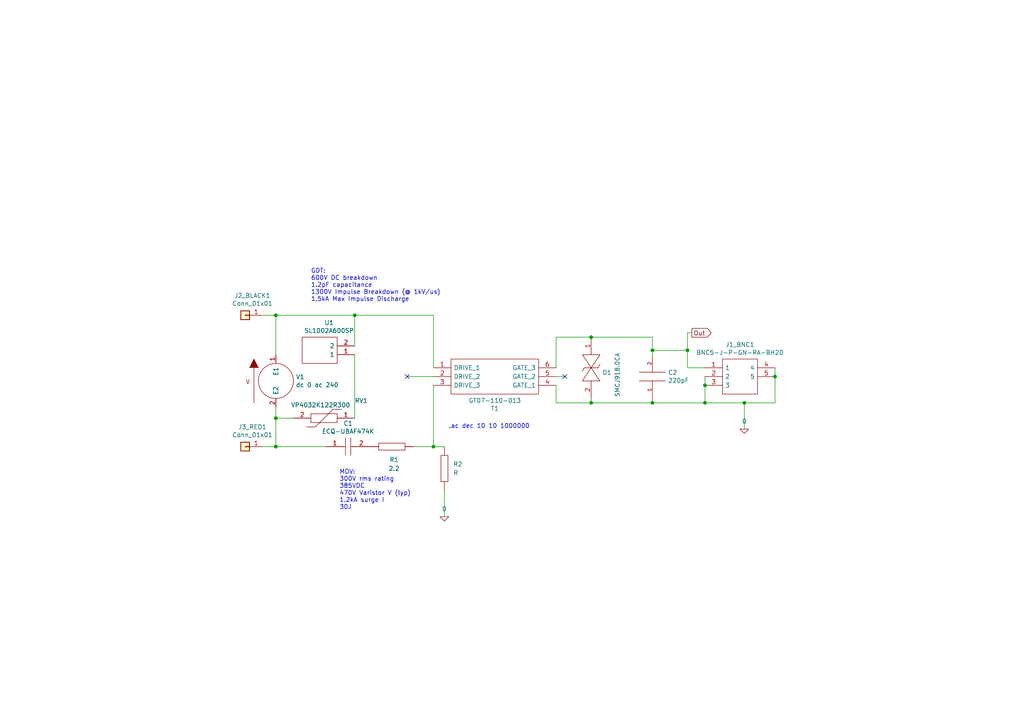
<source format=kicad_sch>
(kicad_sch (version 20211123) (generator eeschema)
  (paper "A4")
  (lib_symbols
    (symbol "Connector_Generic:Conn_01x01" (pin_names (offset 1.016) hide)
      (property "Reference" "J" (at 0 2.54 0))
      (property "Value" "Conn_01x01" (at 0 -2.54 0))
      (symbol "Conn_01x01_1_1"
        (rectangle (start -1.27 0.127) (end 0 -0.127) (stroke (width 0.1524)))
        (rectangle (start -1.27 1.27) (end 1.27 -1.27) (stroke (width 0.254)) (fill (type background)))
        (pin passive line (at -5.08 0 0) (length 3.81) (name "Pin_1") (number "1"))
      )
    )
    (symbol "HPF_test_01-rescue:ECQ-UBAF474K-ECQ-UBAF474K" (pin_names (offset 0.762))
      (property "Reference" "C" (at 8.89 6.35 0))
      (property "Value" "ECQ-UBAF474K-ECQ-UBAF474K" (at 8.89 3.81 0))
      (symbol "ECQ-UBAF474K-ECQ-UBAF474K_0_0"
        (pin passive line (at 0 0 0) (length 5.08) (name "~") (number "1"))
        (pin passive line (at 12.7 0 180) (length 5.08) (name "~") (number "2"))
      )
      (symbol "ECQ-UBAF474K-ECQ-UBAF474K_0_1"
        (polyline (pts (xy 5.08 0) (xy 5.588 0)) (stroke (width 0.1524)))
        (polyline (pts (xy 5.588 2.54) (xy 5.588 -2.54)) (stroke (width 0.1524)))
        (polyline (pts (xy 7.112 0) (xy 7.62 0)) (stroke (width 0.1524)))
        (polyline (pts (xy 7.112 2.54) (xy 7.112 -2.54)) (stroke (width 0.1524)))
      )
    )
    (symbol "kyuditsky_kicad:BNC5-J-P-GN-RA-BH2D" (pin_names (offset 0.762))
      (property "Reference" "J" (at 16.51 7.62 0))
      (property "Value" "BNC5-J-P-GN-RA-BH2D" (at 16.51 5.08 0))
      (symbol "BNC5-J-P-GN-RA-BH2D_0_0"
        (pin passive line (at 0 0 0) (length 5.08) (name "1") (number "1"))
        (pin passive line (at 0 -2.54 0) (length 5.08) (name "2") (number "2"))
        (pin passive line (at 0 -5.08 0) (length 5.08) (name "3") (number "3"))
        (pin passive line (at 20.32 0 180) (length 5.08) (name "4") (number "4"))
        (pin passive line (at 20.32 -2.54 180) (length 5.08) (name "5") (number "5"))
      )
      (symbol "BNC5-J-P-GN-RA-BH2D_0_1"
        (polyline (pts (xy 5.08 2.54) (xy 15.24 2.54) (xy 15.24 -7.62) (xy 5.08 -7.62) (xy 5.08 2.54)) (stroke (width 0.1524)))
      )
    )
    (symbol "kyuditsky_kicad:GT07-110-013" (pin_names (offset 0.762))
      (property "Reference" "T" (at 31.75 7.62 0))
      (property "Value" "GT07-110-013" (at 31.75 5.08 0))
      (symbol "GT07-110-013_0_0"
        (pin passive line (at 35.56 -5.08 180) (length 5.08) (name "DRIVE_1") (number "1"))
        (pin passive line (at 35.56 -2.54 180) (length 5.08) (name "DRIVE_2") (number "2"))
        (pin passive line (at 35.56 0 180) (length 5.08) (name "DRIVE_3") (number "3"))
        (pin passive line (at 0 0 0) (length 5.08) (name "GATE_1") (number "4"))
        (pin passive line (at 0 -2.54 0) (length 5.08) (name "GATE_2") (number "5"))
        (pin passive line (at 0 -5.08 0) (length 5.08) (name "GATE_3") (number "6"))
      )
      (symbol "GT07-110-013_0_1"
        (polyline (pts (xy 5.08 2.54) (xy 30.48 2.54) (xy 30.48 -7.62) (xy 5.08 -7.62) (xy 5.08 2.54)) (stroke (width 0.1524)))
      )
    )
    (symbol "kyuditsky_kicad:SL1002A600SP" (pin_names (offset 0.762))
      (property "Reference" "U" (at 16.51 7.62 0))
      (property "Value" "SL1002A600SP" (at 16.51 5.08 0))
      (symbol "SL1002A600SP_0_0"
        (pin passive line (at 0 0 0) (length 5.08) (name "1") (number "1"))
        (pin passive line (at 0 -2.54 0) (length 5.08) (name "2") (number "2"))
      )
      (symbol "SL1002A600SP_0_1"
        (polyline (pts (xy 5.08 2.54) (xy 15.24 2.54) (xy 15.24 -5.08) (xy 5.08 -5.08) (xy 5.08 2.54)) (stroke (width 0.1524)))
      )
    )
    (symbol "kyuditsky_kicad:SMCJ9.0CA" (pin_names (offset 0.762))
      (property "Reference" "D" (at 10.16 8.89 0))
      (property "Value" "SMCJ9.0CA" (at 10.16 6.35 0))
      (symbol "SMCJ9.0CA_0_0"
        (pin passive line (at 13.97 0 180) (length 5.08) (name "~") (number "2"))
      )
      (symbol "SMCJ9.0CA_0_1"
        (polyline (pts (xy 4.064 2.54) (xy 5.08 2.032)) (stroke (width 0.1524)))
        (polyline (pts (xy 5.08 -2.032) (xy 5.08 2.032)) (stroke (width 0.1524)))
        (polyline (pts (xy 5.08 -2.032) (xy 6.096 -2.54)) (stroke (width 0.1524)))
        (polyline (pts (xy 5.08 0) (xy 1.27 2.54) (xy 1.27 -2.54) (xy 5.08 0)))
        (polyline (pts (xy 5.08 0) (xy 8.89 2.54) (xy 8.89 -2.54) (xy 5.08 0)))
      )
      (symbol "SMCJ9.0CA_1_1"
        (pin passive line (at -3.81 0 0) (length 5.08) (name "~") (number "1"))
      )
    )
    (symbol "kyuditsky_kicad:VP4032K122R300" (pin_names (offset 0.762))
      (property "Reference" "RV" (at 13.97 6.35 0))
      (property "Value" "VP4032K122R300" (at 13.97 3.81 0))
      (symbol "VP4032K122R300_0_0"
        (pin passive line (at 0 0 0) (length 5.08) (name "~") (number "1"))
        (pin passive line (at 17.78 0 180) (length 5.08) (name "~") (number "2"))
      )
      (symbol "VP4032K122R300_0_1"
        (polyline (pts (xy 3.81 -2.54) (xy 6.35 -2.54) (xy 11.43 2.54) (xy 13.97 2.54)) (stroke (width 0.1524)))
        (polyline (pts (xy 5.08 1.27) (xy 12.7 1.27) (xy 12.7 -1.27) (xy 5.08 -1.27) (xy 5.08 1.27)) (stroke (width 0.1524)))
      )
    )
    (symbol "pspice:0" (power) (pin_names (offset 0))
      (property "Value" "0" (at 0 -1.778 0))
      (symbol "0_0_1"
        (polyline (pts (xy -1.27 0) (xy 0 -1.27) (xy 1.27 0) (xy -1.27 0)))
      )
      (symbol "0_1_1"
        (pin power_in line (at 0 0 0) (length 0) hide (name "0") (number "1"))
      )
    )
    (symbol "pspice:C" (pin_names (offset 0.254))
      (property "Reference" "C" (at 2.54 3.81 90))
      (property "Value" "C" (at 2.54 -3.81 90))
      (symbol "C_0_1"
        (polyline (pts (xy -3.81 -1.27) (xy 3.81 -1.27)))
        (polyline (pts (xy -3.81 1.27) (xy 3.81 1.27)))
      )
      (symbol "C_1_1"
        (pin passive line (at 0 6.35 270) (length 5.08) (name "~") (number "1"))
        (pin passive line (at 0 -6.35 90) (length 5.08) (name "~") (number "2"))
      )
    )
    (symbol "pspice:R" (pin_numbers hide) (pin_names (offset 0))
      (property "Reference" "R" (at 2.032 0 90))
      (property "Value" "R" (at 0 0 90))
      (symbol "R_0_1"
        (rectangle (start -1.016 3.81) (end 1.016 -3.81))
      )
      (symbol "R_1_1"
        (pin passive line (at 0 6.35 270) (length 2.54) (name "~") (number "1"))
        (pin passive line (at 0 -6.35 90) (length 2.54) (name "~") (number "2"))
      )
    )
    (symbol "pspice:VSOURCE" (pin_names (offset 1.016))
      (property "Reference" "V" (at -6.35 7.62 0))
      (property "Value" "VSOURCE" (at 0 0 0))
      (symbol "VSOURCE_0_1"
        (polyline (pts (xy -6.35 -6.35) (xy -6.35 3.81)) (fill (type outline)))
        (polyline (pts (xy -7.62 3.81) (xy -6.35 6.35) (xy -5.08 3.81)) (fill (type outline)))
        (circle (center 0 0) (radius 5.08))
        (text "V" (at -8.128 -0.254 0) (effects (font (size 1.27 1.27))))
      )
      (symbol "VSOURCE_1_1"
        (pin input line (at 0 7.62 270) (length 2.54) (name "E1") (number "1"))
        (pin input line (at 0 -7.62 90) (length 2.54) (name "E2") (number "2"))
      )
    )
  )
  (junction (at 80.01 91.44))
  (junction (at 171.45 116.84))
  (junction (at 189.23 116.84))
  (junction (at 171.45 97.79))
  (junction (at 215.9 116.84))
  (junction (at 224.79 109.22))
  (junction (at 125.73 129.54))
  (junction (at 80.01 129.54))
  (junction (at 80.01 121.285))
  (junction (at 102.87 91.44))
  (junction (at 204.47 116.84))
  (junction (at 204.47 111.76))
  (junction (at 189.23 101.6))
  (junction (at 199.39 101.6))
  (no_connect (at 163.83 109.22))
  (no_connect (at 118.11 109.22))
  (wire (pts (xy 204.47 111.76) (xy 204.47 109.22)))
  (wire (pts (xy 80.01 118.11) (xy 80.01 121.285)))
  (wire (pts (xy 161.29 111.76) (xy 161.29 116.84)))
  (wire (pts (xy 76.2 129.54) (xy 80.01 129.54)))
  (wire (pts (xy 224.79 106.68) (xy 224.79 109.22)))
  (wire (pts (xy 102.87 91.44) (xy 125.73 91.44)))
  (wire (pts (xy 224.79 109.22) (xy 224.79 116.84)))
  (wire (pts (xy 76.2 91.44) (xy 80.01 91.44)))
  (wire (pts (xy 102.87 121.285) (xy 102.87 102.87)))
  (wire (pts (xy 161.29 97.79) (xy 161.29 106.68)))
  (wire (pts (xy 189.23 102.87) (xy 189.23 101.6)))
  (wire (pts (xy 125.73 109.22) (xy 118.11 109.22)))
  (wire (pts (xy 171.45 115.57) (xy 171.45 116.84)))
  (wire (pts (xy 161.29 116.84) (xy 171.45 116.84)))
  (wire (pts (xy 80.01 129.54) (xy 94.615 129.54)))
  (wire (pts (xy 128.905 149.86) (xy 128.905 142.24)))
  (wire (pts (xy 215.9 124.46) (xy 215.9 116.84)))
  (wire (pts (xy 80.01 91.44) (xy 102.87 91.44)))
  (wire (pts (xy 125.73 111.76) (xy 125.73 129.54)))
  (wire (pts (xy 161.29 97.79) (xy 171.45 97.79)))
  (wire (pts (xy 125.73 129.54) (xy 128.905 129.54)))
  (wire (pts (xy 85.09 121.285) (xy 80.01 121.285)))
  (wire (pts (xy 215.9 116.84) (xy 204.47 116.84)))
  (wire (pts (xy 189.23 115.57) (xy 189.23 116.84)))
  (wire (pts (xy 189.23 116.84) (xy 204.47 116.84)))
  (wire (pts (xy 204.47 116.84) (xy 204.47 111.76)))
  (wire (pts (xy 199.39 96.52) (xy 199.39 101.6)))
  (wire (pts (xy 125.73 91.44) (xy 125.73 106.68)))
  (wire (pts (xy 80.01 121.285) (xy 80.01 129.54)))
  (wire (pts (xy 199.39 106.68) (xy 204.47 106.68)))
  (wire (pts (xy 171.45 116.84) (xy 189.23 116.84)))
  (wire (pts (xy 224.79 116.84) (xy 215.9 116.84)))
  (wire (pts (xy 189.23 101.6) (xy 199.39 101.6)))
  (wire (pts (xy 163.83 109.22) (xy 161.29 109.22)))
  (wire (pts (xy 171.45 97.79) (xy 189.23 97.79)))
  (wire (pts (xy 102.87 100.33) (xy 102.87 91.44)))
  (wire (pts (xy 199.39 101.6) (xy 199.39 106.68)))
  (wire (pts (xy 189.23 97.79) (xy 189.23 101.6)))
  (wire (pts (xy 200.66 96.52) (xy 199.39 96.52)))
  (wire (pts (xy 80.01 91.44) (xy 80.01 102.87)))
  (wire (pts (xy 120.015 129.54) (xy 125.73 129.54)))
  (text "MOV:\n300V rms rating\n385VDC\n470V Varistor V (typ)\n1.2kA surge I\n30J" (at 98.425 147.955 0) (effects (font (size 1.27 1.27)) (justify left bottom)))
  (text "GDT:\n600V DC breakdown\n1.2pF capacitance\n1300V Impulse Breakdown (@ 1kV/us)\n1.5kA Max Impulse Discharge" (at 90.17 87.63 0) (effects (font (size 1.27 1.27)) (justify left bottom)))
  (text ".ac dec 10 10 1000000" (at 153.67 124.46 180) (effects (font (size 1.27 1.27)) (justify right bottom)))
  (global_label "Out" (shape output) (at 200.66 96.52 0) (property "Intersheet References" "${INTERSHEET_REFS}" (effects hide)))
  (symbol (lib_id "pspice:C") (at 189.23 109.22 180) (unit 1)
    (property "Reference" "C2" (at 193.7512 108.0516 0) (effects (justify right)))
    (property "Value" "220pF" (at 193.7512 110.363 0) (effects (justify right)))
    (property "Footprint" "Capacitor_SMD:C_0603_1608Metric_Pad1.05x0.95mm_HandSolder" (effects hide))
    (property "Spice_Primitive" "C" (effects hide))
    (property "Spice_Model" "220p" (effects hide))
    (property "Spice_Netlist_Enabled" "Y" (effects hide))
  )
  (symbol (lib_id "kyuditsky_kicad:VP4032K122R300") (at 102.87 121.285 180) (unit 1)
    (property "Reference" "RV1" (at 106.68 116.205 0) (effects (justify left)))
    (property "Value" "VP4032K122R300" (at 101.6 117.475 0) (effects (justify left)))
    (property "Footprint" "kyuditsky_kicad:MOV_VP4032K122R300" (effects hide))
    (property "Datasheet" "https://www.arrow.com/en/products/vp4032k122r300/kemet-corporation?region=nac" (effects hide))
    (property "Description" "Varistors 385V 1200A 4032" (effects hide))
    (property "Height" "5" (effects hide))
    (property "Mouser Part Number" "80-VP4032K122R300" (effects hide))
    (property "Mouser Price/Stock" "https://www.mouser.co.uk/ProductDetail/KEMET/VP4032K122R300?qs=jj7GbYRQuOYGBVagWkrU5w%3D%3D" (effects hide))
    (property "Manufacturer_Name" "Kemet" (effects hide))
    (property "Manufacturer_Part_Number" "VP4032K122R300" (effects hide))
    (property "Spice_Primitive" "R" (effects hide))
    (property "Spice_Model" "1meg" (effects hide))
    (property "Spice_Netlist_Enabled" "N" (effects hide))
  )
  (symbol (lib_id "kyuditsky_kicad:SL1002A600SP") (at 102.87 102.87 180) (unit 1)
    (property "Reference" "U1" (at 95.4532 93.599 0))
    (property "Value" "SL1002A600SP" (at 95.4532 95.9104 0))
    (property "Footprint" "kyuditsky_kicad:SL1002A600SP" (effects hide))
    (property "Datasheet" "https://componentsearchengine.com/Datasheets/1/SL1002A600SP.pdf" (effects hide))
    (property "Description" "Gas Discharge Tubes - GDTs / Gas Plasma Arrestors GP MINIBETA 2T A600V SMD SPECIAL" (effects hide))
    (property "Height" "4.1" (effects hide))
    (property "Mouser Part Number" "576-SL1002A600SP" (effects hide))
    (property "Mouser Price/Stock" "https://www.mouser.co.uk/ProductDetail/Littelfuse/SL1002A600SP?qs=95aqoVzNh5Z3taNZSmSH3g%3D%3D" (effects hide))
    (property "Manufacturer_Name" "LITTELFUSE" (effects hide))
    (property "Manufacturer_Part_Number" "SL1002A600SP" (effects hide))
    (property "Spice_Primitive" "R" (effects hide))
    (property "Spice_Model" "1meg" (effects hide))
    (property "Spice_Netlist_Enabled" "N" (effects hide))
  )
  (symbol (lib_id "kyuditsky_kicad:SMCJ9.0CA") (at 171.45 101.6 270) (unit 1)
    (property "Reference" "D1" (at 174.7012 108.0516 90) (effects (justify left)))
    (property "Value" "SMCJ918.0CA" (at 179.07 102.235 0) (effects (justify left)))
    (property "Footprint" "kyuditsky_kicad:littlefuseTVS" (effects hide))
    (property "Datasheet" "https://componentsearchengine.com/Datasheets/2/SMCJ5.0A.pdf" (effects hide))
    (property "Description" "ESD Suppressors / TVS Diodes 1.5kW 9V 5% Bi-Directional" (effects hide))
    (property "Height" "2.62" (effects hide))
    (property "Mouser Part Number" "576-SMCJ9.0CA" (effects hide))
    (property "Mouser Price/Stock" "https://www.mouser.com/ProductDetail/Littelfuse/SMCJ90CA?qs=HR2RnyOI4E7fdgL05JVZzw%3D%3D" (effects hide))
    (property "Manufacturer_Name" "LITTELFUSE" (effects hide))
    (property "Manufacturer_Part_Number" "SMCJ9.0CA" (effects hide))
    (property "Spice_Primitive" "X" (effects hide))
    (property "Spice_Model" "SMCJ" (effects hide))
    (property "Spice_Netlist_Enabled" "N" (effects hide))
    (property "Spice_Lib_File" "/Users/mac/Documents/KiCad/6.0/projects/HPF/HPF_SPICE/SMCJ5.0A_spice.lib" (effects hide))
  )
  (symbol (lib_id "kyuditsky_kicad:BNC5-J-P-GN-RA-BH2D") (at 204.47 106.68 0) (unit 1)
    (property "Reference" "J1_BNC1" (at 214.63 99.949 0))
    (property "Value" "BNC5-J-P-GN-RA-BH2D" (at 214.63 102.2604 0))
    (property "Footprint" "kyuditsky_kicad:BNC5JPGNRABH2D" (effects hide))
    (property "Datasheet" "http://suddendocs.samtec.com/prints/bnc5-j-p-xx-ra-bh2d-mkt.pdf" (effects hide))
    (property "Description" "SAMTEC - BNC5-J-P-GN-RA-BH2D - RF COAXIAL, BNC JACK, 50 OHM, PCB" (effects hide))
    (property "Height" "10.8" (effects hide))
    (property "Mouser Part Number" "200-BNC5JPGNRABH2D" (effects hide))
    (property "Mouser Price/Stock" "https://www.mouser.co.uk/ProductDetail/Samtec/BNC5-J-P-GN-RA-BH2D?qs=PB6%2FjmICvI2u%2FOQtySH%252B3g%3D%3D" (effects hide))
    (property "Manufacturer_Name" "SAMTEC" (effects hide))
    (property "Manufacturer_Part_Number" "BNC5-J-P-GN-RA-BH2D" (effects hide))
    (property "Spice_Primitive" "R" (effects hide))
    (property "Spice_Model" "1" (effects hide))
    (property "Spice_Netlist_Enabled" "N" (effects hide))
  )
  (symbol (lib_id "HPF_test_01-rescue:ECQ-UBAF474K-ECQ-UBAF474K") (at 94.615 129.54 0) (unit 1)
    (property "Reference" "C1" (at 100.965 122.809 0))
    (property "Value" "ECQ-UBAF474K" (at 100.965 125.1204 0))
    (property "Footprint" "ECQUBAF474K" (effects hide))
    (property "Datasheet" "https://datasheet.datasheetarchive.com/originals/distributors/Datasheets_SAMA/6170a3d833bc371d0e684a1e7d5b0a3a.pdf" (effects hide))
    (property "Description" "Film Capacitors 300VAC 0.47uF 10% LS=22.5mm ST" (effects hide))
    (property "Height" "21.5" (effects hide))
    (property "Mouser Part Number" "667-ECQ-UBAF474K" (effects hide))
    (property "Mouser Price/Stock" "https://www.mouser.co.uk/ProductDetail/Panasonic/ECQ-UBAF474K?qs=DPoM0jnrROXQ4Aoi4rWlKg%3D%3D" (effects hide))
    (property "Manufacturer_Name" "Panasonic" (effects hide))
    (property "Manufacturer_Part_Number" "ECQ-UBAF474K" (effects hide))
    (property "Spice_Primitive" "C" (effects hide))
    (property "Spice_Model" "0.47uF" (effects hide))
    (property "Spice_Netlist_Enabled" "Y" (effects hide))
  )
  (symbol (lib_id "Connector_Generic:Conn_01x01") (at 71.12 91.44 180) (unit 1)
    (property "Reference" "J2_BLACK1" (at 73.2028 85.725 0))
    (property "Value" "Conn_01x01" (at 73.2028 88.0364 0))
    (property "Footprint" "kyuditsky_kicad:Banana_Jack_S_RA_73099" (effects hide))
    (property "Spice_Primitive" "R" (effects hide))
    (property "Spice_Model" "1" (effects hide))
    (property "Spice_Netlist_Enabled" "N" (effects hide))
  )
  (symbol (lib_id "Connector_Generic:Conn_01x01") (at 71.12 129.54 180) (unit 1)
    (property "Reference" "J3_RED1" (at 73.2028 123.825 0))
    (property "Value" "Conn_01x01" (at 73.2028 126.1364 0))
    (property "Footprint" "kyuditsky_kicad:Banana_Jack_S_RA_73099" (effects hide))
    (property "Spice_Primitive" "R" (effects hide))
    (property "Spice_Model" "1" (effects hide))
    (property "Spice_Netlist_Enabled" "N" (effects hide))
  )
  (symbol (lib_id "kyuditsky_kicad:GT07-110-013") (at 161.29 111.76 180) (unit 1)
    (property "Reference" "T1" (at 143.51 118.491 0))
    (property "Value" "GT07-110-013" (at 143.51 116.1796 0))
    (property "Footprint" "GT07110013" (effects hide))
    (property "Datasheet" "https://componentsearchengine.com/Datasheets/1/GT07-110-013.pdf" (effects hide))
    (property "Description" "Pulse Transformers" (effects hide))
    (property "Height" "6.35" (effects hide))
    (property "Mouser Part Number" "911-GT07-110-013" (effects hide))
    (property "Mouser Price/Stock" "https://www.mouser.co.uk/ProductDetail/ICE-Components/GT07-110-013?qs=UkDUCjYnTB00rEvMCOsFKQ%3D%3D" (effects hide))
    (property "Manufacturer_Name" "ICE Components" (effects hide))
    (property "Manufacturer_Part_Number" "GT07-110-013" (effects hide))
    (property "Spice_Primitive" "X" (effects hide))
    (property "Spice_Model" "GTRANS" (effects hide))
    (property "Spice_Netlist_Enabled" "Y" (effects hide))
    (property "Spice_Lib_File" "/Users/mac/Documents/KiCad/6.0/projects/HPF/HPF_SPICE/GTRANS_01.lib" (effects hide))
  )
  (symbol (lib_id "pspice:0") (at 215.9 124.46 0) (unit 1)
    (property "Reference" "#GND0101" (effects hide))
    (property "Value" "0" (at 215.9 122.1994 0))
  )
  (symbol (lib_id "pspice:VSOURCE") (at 80.01 110.49 0) (unit 1)
    (property "Reference" "V1" (at 85.8012 109.3216 0) (effects (justify left)))
    (property "Value" "dc 0 ac 240" (at 85.8012 111.633 0) (effects (justify left)))
  )
  (symbol (lib_id "pspice:R") (at 128.905 135.89 180) (unit 1)
    (property "Reference" "R2" (at 131.445 134.6199 0) (effects (justify right)))
    (property "Value" "R" (at 131.445 137.1599 0) (effects (justify right)))
    (property "Spice_Primitive" "R" (effects hide))
    (property "Spice_Model" "200" (effects hide))
    (property "Spice_Netlist_Enabled" "Y" (effects hide))
  )
  (symbol (lib_id "pspice:0") (at 128.905 149.86 0) (unit 1)
    (property "Reference" "#GND01" (effects hide))
    (property "Value" "0" (at 128.905 147.5994 0))
  )
  (symbol (lib_id "pspice:R") (at 113.665 129.54 90) (unit 1)
    (property "Reference" "R1" (at 114.3 133.35 90))
    (property "Value" "2.2" (at 114.3 135.89 90))
    (property "Footprint" "Resistor_SMD:R_2010_5025Metric_Pad1.40x2.65mm_HandSolder" (effects hide))
    (property "Spice_Primitive" "R" (effects hide))
    (property "Spice_Model" "1k" (effects hide))
    (property "Spice_Netlist_Enabled" "Y" (effects hide))
  )
)
</source>
